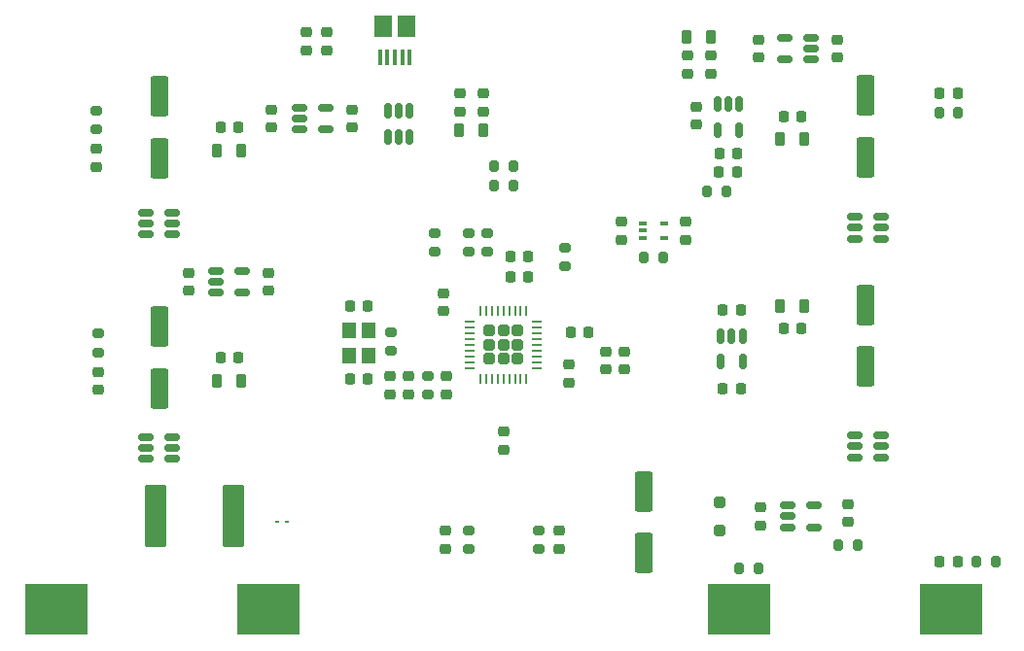
<source format=gbr>
%TF.GenerationSoftware,KiCad,Pcbnew,8.0.1-rc1*%
%TF.CreationDate,2024-04-25T22:15:09-05:00*%
%TF.ProjectId,USB-HUB,5553422d-4855-4422-9e6b-696361645f70,rev?*%
%TF.SameCoordinates,PXa983cd0PYa38e500*%
%TF.FileFunction,Paste,Top*%
%TF.FilePolarity,Positive*%
%FSLAX46Y46*%
G04 Gerber Fmt 4.6, Leading zero omitted, Abs format (unit mm)*
G04 Created by KiCad (PCBNEW 8.0.1-rc1) date 2024-04-25 22:15:09*
%MOMM*%
%LPD*%
G01*
G04 APERTURE LIST*
G04 Aperture macros list*
%AMRoundRect*
0 Rectangle with rounded corners*
0 $1 Rounding radius*
0 $2 $3 $4 $5 $6 $7 $8 $9 X,Y pos of 4 corners*
0 Add a 4 corners polygon primitive as box body*
4,1,4,$2,$3,$4,$5,$6,$7,$8,$9,$2,$3,0*
0 Add four circle primitives for the rounded corners*
1,1,$1+$1,$2,$3*
1,1,$1+$1,$4,$5*
1,1,$1+$1,$6,$7*
1,1,$1+$1,$8,$9*
0 Add four rect primitives between the rounded corners*
20,1,$1+$1,$2,$3,$4,$5,0*
20,1,$1+$1,$4,$5,$6,$7,0*
20,1,$1+$1,$6,$7,$8,$9,0*
20,1,$1+$1,$8,$9,$2,$3,0*%
G04 Aperture macros list end*
%ADD10RoundRect,0.225000X-0.225000X-0.250000X0.225000X-0.250000X0.225000X0.250000X-0.225000X0.250000X0*%
%ADD11RoundRect,0.250000X0.712500X2.475000X-0.712500X2.475000X-0.712500X-2.475000X0.712500X-2.475000X0*%
%ADD12RoundRect,0.200000X-0.200000X-0.275000X0.200000X-0.275000X0.200000X0.275000X-0.200000X0.275000X0*%
%ADD13RoundRect,0.218750X0.218750X0.381250X-0.218750X0.381250X-0.218750X-0.381250X0.218750X-0.381250X0*%
%ADD14RoundRect,0.225000X-0.250000X0.225000X-0.250000X-0.225000X0.250000X-0.225000X0.250000X0.225000X0*%
%ADD15RoundRect,0.200000X0.200000X0.275000X-0.200000X0.275000X-0.200000X-0.275000X0.200000X-0.275000X0*%
%ADD16R,5.500000X4.500000*%
%ADD17RoundRect,0.150000X0.512500X0.150000X-0.512500X0.150000X-0.512500X-0.150000X0.512500X-0.150000X0*%
%ADD18RoundRect,0.250000X-0.550000X1.500000X-0.550000X-1.500000X0.550000X-1.500000X0.550000X1.500000X0*%
%ADD19RoundRect,0.225000X0.250000X-0.225000X0.250000X0.225000X-0.250000X0.225000X-0.250000X-0.225000X0*%
%ADD20RoundRect,0.218750X-0.218750X-0.256250X0.218750X-0.256250X0.218750X0.256250X-0.218750X0.256250X0*%
%ADD21RoundRect,0.225000X0.225000X0.250000X-0.225000X0.250000X-0.225000X-0.250000X0.225000X-0.250000X0*%
%ADD22RoundRect,0.150000X-0.150000X0.512500X-0.150000X-0.512500X0.150000X-0.512500X0.150000X0.512500X0*%
%ADD23RoundRect,0.218750X-0.218750X-0.381250X0.218750X-0.381250X0.218750X0.381250X-0.218750X0.381250X0*%
%ADD24RoundRect,0.200000X0.275000X-0.200000X0.275000X0.200000X-0.275000X0.200000X-0.275000X-0.200000X0*%
%ADD25RoundRect,0.218750X-0.256250X0.218750X-0.256250X-0.218750X0.256250X-0.218750X0.256250X0.218750X0*%
%ADD26RoundRect,0.150000X-0.512500X-0.150000X0.512500X-0.150000X0.512500X0.150000X-0.512500X0.150000X0*%
%ADD27RoundRect,0.218750X0.218750X0.256250X-0.218750X0.256250X-0.218750X-0.256250X0.218750X-0.256250X0*%
%ADD28RoundRect,0.200000X-0.275000X0.200000X-0.275000X-0.200000X0.275000X-0.200000X0.275000X0.200000X0*%
%ADD29RoundRect,0.062500X0.117500X0.062500X-0.117500X0.062500X-0.117500X-0.062500X0.117500X-0.062500X0*%
%ADD30RoundRect,0.250000X0.550000X-1.500000X0.550000X1.500000X-0.550000X1.500000X-0.550000X-1.500000X0*%
%ADD31R,0.650000X0.400000*%
%ADD32RoundRect,0.150000X0.150000X-0.512500X0.150000X0.512500X-0.150000X0.512500X-0.150000X-0.512500X0*%
%ADD33R,0.400000X1.350000*%
%ADD34R,1.500000X1.900000*%
%ADD35RoundRect,0.250000X-0.250000X0.250000X-0.250000X-0.250000X0.250000X-0.250000X0.250000X0.250000X0*%
%ADD36R,1.200000X1.400000*%
%ADD37RoundRect,0.247500X0.247500X-0.247500X0.247500X0.247500X-0.247500X0.247500X-0.247500X-0.247500X0*%
%ADD38RoundRect,0.062500X0.062500X-0.350000X0.062500X0.350000X-0.062500X0.350000X-0.062500X-0.350000X0*%
%ADD39RoundRect,0.062500X0.350000X-0.062500X0.350000X0.062500X-0.350000X0.062500X-0.350000X-0.062500X0*%
G04 APERTURE END LIST*
D10*
%TO.C,C31*%
X75221800Y29387800D03*
X76771800Y29387800D03*
%TD*%
D11*
%TO.C,F1*%
X27314300Y13004800D03*
X20539300Y13004800D03*
%TD*%
D12*
%TO.C,R15*%
X79997800Y10464800D03*
X81647800Y10464800D03*
%TD*%
D13*
%TO.C,FB3*%
X28037300Y24815800D03*
X25912300Y24815800D03*
%TD*%
D14*
%TO.C,C36*%
X66691300Y38654800D03*
X66691300Y37104800D03*
%TD*%
D15*
%TO.C,R13*%
X51675800Y43484800D03*
X50025800Y43484800D03*
%TD*%
D14*
%TO.C,C37*%
X61103300Y38654800D03*
X61103300Y37104800D03*
%TD*%
D16*
%TO.C,SW1*%
X11886800Y4876800D03*
X30386800Y4876800D03*
%TD*%
D14*
%TO.C,C21*%
X37642800Y48450800D03*
X37642800Y46900800D03*
%TD*%
D17*
%TO.C,D8*%
X22016300Y18023800D03*
X22016300Y18973800D03*
X22016300Y19923800D03*
X19741300Y19923800D03*
X19741300Y18973800D03*
X19741300Y18023800D03*
%TD*%
D18*
%TO.C,C32*%
X82346800Y31452800D03*
X82346800Y26052800D03*
%TD*%
D19*
%TO.C,C28*%
X73075800Y52996800D03*
X73075800Y54546800D03*
%TD*%
D20*
%TO.C,D1*%
X69621300Y42976800D03*
X71196300Y42976800D03*
%TD*%
D14*
%TO.C,C40*%
X80822800Y14046800D03*
X80822800Y12496800D03*
%TD*%
D15*
%TO.C,R16*%
X73011800Y8432800D03*
X71361800Y8432800D03*
%TD*%
%TO.C,R11*%
X93687300Y9067800D03*
X92037300Y9067800D03*
%TD*%
D21*
%TO.C,C1*%
X39052800Y24942800D03*
X37502800Y24942800D03*
%TD*%
D19*
%TO.C,C2*%
X67614800Y47154800D03*
X67614800Y48704800D03*
%TD*%
D22*
%TO.C,U1*%
X71358800Y48940300D03*
X70408800Y48940300D03*
X69458800Y48940300D03*
X69458800Y46665300D03*
X71358800Y46665300D03*
%TD*%
D12*
%TO.C,R12*%
X88760800Y48183800D03*
X90410800Y48183800D03*
%TD*%
D17*
%TO.C,LS4*%
X77642300Y52821800D03*
X77642300Y53771800D03*
X77642300Y54721800D03*
X75367300Y54721800D03*
X75367300Y52821800D03*
%TD*%
D19*
%TO.C,C10*%
X45643800Y30898800D03*
X45643800Y32448800D03*
%TD*%
D14*
%TO.C,C14*%
X42595800Y25209800D03*
X42595800Y23659800D03*
%TD*%
%TO.C,C35*%
X33705800Y55181800D03*
X33705800Y53631800D03*
%TD*%
D19*
%TO.C,C9*%
X56565800Y24675800D03*
X56565800Y26225800D03*
%TD*%
D10*
%TO.C,C7*%
X51472800Y35610800D03*
X53022800Y35610800D03*
%TD*%
D23*
%TO.C,FB5*%
X74934300Y45897800D03*
X77059300Y45897800D03*
%TD*%
D24*
%TO.C,R18*%
X47802800Y10147800D03*
X47802800Y11797800D03*
%TD*%
D25*
%TO.C,D4*%
X15417800Y45034300D03*
X15417800Y43459300D03*
%TD*%
D19*
%TO.C,C27*%
X79933800Y52996800D03*
X79933800Y54546800D03*
%TD*%
D12*
%TO.C,R14*%
X50025800Y41833800D03*
X51675800Y41833800D03*
%TD*%
D23*
%TO.C,FB4*%
X74934300Y31292800D03*
X77059300Y31292800D03*
%TD*%
D26*
%TO.C,LS2*%
X25837300Y34401800D03*
X25837300Y33451800D03*
X25837300Y32501800D03*
X28112300Y32501800D03*
X28112300Y34401800D03*
%TD*%
D14*
%TO.C,C6*%
X68884800Y53149800D03*
X68884800Y51599800D03*
%TD*%
D27*
%TO.C,D6*%
X90373300Y9067800D03*
X88798300Y9067800D03*
%TD*%
D21*
%TO.C,C3*%
X71183800Y44627800D03*
X69633800Y44627800D03*
%TD*%
D18*
%TO.C,C34*%
X82346800Y49707800D03*
X82346800Y44307800D03*
%TD*%
D28*
%TO.C,R8*%
X41071800Y29069800D03*
X41071800Y27419800D03*
%TD*%
D25*
%TO.C,D14*%
X45770800Y11760300D03*
X45770800Y10185300D03*
%TD*%
D21*
%TO.C,C26*%
X71498800Y24175300D03*
X69948800Y24175300D03*
%TD*%
D16*
%TO.C,SW2*%
X71322800Y4876800D03*
X89822800Y4876800D03*
%TD*%
D29*
%TO.C,D12*%
X31126800Y12496800D03*
X31966800Y12496800D03*
%TD*%
D21*
%TO.C,C25*%
X71498800Y31033300D03*
X69948800Y31033300D03*
%TD*%
D24*
%TO.C,R17*%
X53898800Y10147800D03*
X53898800Y11797800D03*
%TD*%
D30*
%TO.C,C30*%
X20878800Y24147800D03*
X20878800Y29547800D03*
%TD*%
D14*
%TO.C,C16*%
X61391800Y27368800D03*
X61391800Y25818800D03*
%TD*%
D31*
%TO.C,LS5*%
X62981800Y38546800D03*
X62981800Y37896800D03*
X62981800Y37246800D03*
X64881800Y37246800D03*
X64881800Y38546800D03*
%TD*%
D19*
%TO.C,C39*%
X49072800Y48297800D03*
X49072800Y49847800D03*
%TD*%
D28*
%TO.C,R10*%
X15544800Y28942800D03*
X15544800Y27292800D03*
%TD*%
D14*
%TO.C,C17*%
X59740800Y27368800D03*
X59740800Y25818800D03*
%TD*%
D28*
%TO.C,R5*%
X56184800Y36435800D03*
X56184800Y34785800D03*
%TD*%
%TO.C,R6*%
X44881800Y37705800D03*
X44881800Y36055800D03*
%TD*%
D26*
%TO.C,LS1*%
X33076300Y48625800D03*
X33076300Y47675800D03*
X33076300Y46725800D03*
X35351300Y46725800D03*
X35351300Y48625800D03*
%TD*%
D14*
%TO.C,C4*%
X35483800Y55181800D03*
X35483800Y53631800D03*
%TD*%
D19*
%TO.C,C38*%
X47040800Y48297800D03*
X47040800Y49847800D03*
%TD*%
D14*
%TO.C,C15*%
X40944800Y25209800D03*
X40944800Y23659800D03*
%TD*%
D28*
%TO.C,R7*%
X47802800Y37705800D03*
X47802800Y36055800D03*
%TD*%
D23*
%TO.C,FB6*%
X46994300Y46659800D03*
X49119300Y46659800D03*
%TD*%
D28*
%TO.C,R3*%
X49453800Y37705800D03*
X49453800Y36055800D03*
%TD*%
%TO.C,R4*%
X44246800Y25259800D03*
X44246800Y23609800D03*
%TD*%
D21*
%TO.C,C19*%
X27749800Y46913800D03*
X26199800Y46913800D03*
%TD*%
D14*
%TO.C,C8*%
X50850800Y20383800D03*
X50850800Y18833800D03*
%TD*%
D21*
%TO.C,C29*%
X27749800Y26847800D03*
X26199800Y26847800D03*
%TD*%
D15*
%TO.C,R1*%
X70217800Y41325800D03*
X68567800Y41325800D03*
%TD*%
D30*
%TO.C,C20*%
X20878800Y44213800D03*
X20878800Y49613800D03*
%TD*%
D17*
%TO.C,D3*%
X22016300Y37581800D03*
X22016300Y38531800D03*
X22016300Y39481800D03*
X19741300Y39481800D03*
X19741300Y38531800D03*
X19741300Y37581800D03*
%TD*%
D25*
%TO.C,D13*%
X55732800Y11760300D03*
X55732800Y10185300D03*
%TD*%
D14*
%TO.C,C42*%
X73202800Y13779800D03*
X73202800Y12229800D03*
%TD*%
D28*
%TO.C,R9*%
X15417800Y48373800D03*
X15417800Y46723800D03*
%TD*%
D26*
%TO.C,D9*%
X81463300Y20050800D03*
X81463300Y19100800D03*
X81463300Y18150800D03*
X83738300Y18150800D03*
X83738300Y19100800D03*
X83738300Y20050800D03*
%TD*%
D10*
%TO.C,C33*%
X75221800Y47802800D03*
X76771800Y47802800D03*
%TD*%
D32*
%TO.C,D2*%
X40756800Y46091800D03*
X41706800Y46091800D03*
X42656800Y46091800D03*
X42656800Y48366800D03*
X41706800Y48366800D03*
X40756800Y48366800D03*
%TD*%
D25*
%TO.C,D5*%
X15544800Y25603300D03*
X15544800Y24028300D03*
%TD*%
D14*
%TO.C,C5*%
X66852800Y53149800D03*
X66852800Y51599800D03*
%TD*%
D10*
%TO.C,C12*%
X56679800Y29006800D03*
X58229800Y29006800D03*
%TD*%
D26*
%TO.C,D10*%
X81463300Y39100800D03*
X81463300Y38150800D03*
X81463300Y37200800D03*
X83738300Y37200800D03*
X83738300Y38150800D03*
X83738300Y39100800D03*
%TD*%
D14*
%TO.C,C11*%
X45897800Y25209800D03*
X45897800Y23659800D03*
%TD*%
%TO.C,C24*%
X30403800Y34226800D03*
X30403800Y32676800D03*
%TD*%
%TO.C,C23*%
X23418800Y34226800D03*
X23418800Y32676800D03*
%TD*%
D10*
%TO.C,C13*%
X51472800Y33832800D03*
X53022800Y33832800D03*
%TD*%
D23*
%TO.C,FB1*%
X66806300Y54787800D03*
X68931300Y54787800D03*
%TD*%
D12*
%TO.C,R2*%
X63072300Y35593800D03*
X64722300Y35593800D03*
%TD*%
D10*
%TO.C,C18*%
X37502800Y31292800D03*
X39052800Y31292800D03*
%TD*%
D14*
%TO.C,C22*%
X30657800Y48450800D03*
X30657800Y46900800D03*
%TD*%
D27*
%TO.C,D7*%
X90373300Y49834800D03*
X88798300Y49834800D03*
%TD*%
D33*
%TO.C,J1*%
X42676600Y53045900D03*
X42026600Y53045900D03*
X41376600Y53045900D03*
X40726600Y53045900D03*
X40076600Y53045900D03*
D34*
X42376600Y55745900D03*
X40376600Y55745900D03*
%TD*%
D30*
%TO.C,C41*%
X63042800Y9796800D03*
X63042800Y15196800D03*
%TD*%
D13*
%TO.C,FB2*%
X28037300Y44881800D03*
X25912300Y44881800D03*
%TD*%
D35*
%TO.C,D11*%
X69646800Y14254800D03*
X69646800Y11754800D03*
%TD*%
D36*
%TO.C,X1*%
X37427800Y29217800D03*
X37427800Y27017800D03*
X39127800Y27017800D03*
X39127800Y29217800D03*
%TD*%
D37*
%TO.C,U2*%
X49620800Y26720800D03*
X50850800Y26720800D03*
X52080800Y26720800D03*
X49620800Y27950800D03*
X50850800Y27950800D03*
X52080800Y27950800D03*
X49620800Y29180800D03*
X50850800Y29180800D03*
X52080800Y29180800D03*
D38*
X48850800Y25013300D03*
X49350800Y25013300D03*
X49850800Y25013300D03*
X50350800Y25013300D03*
X50850800Y25013300D03*
X51350800Y25013300D03*
X51850800Y25013300D03*
X52350800Y25013300D03*
X52850800Y25013300D03*
D39*
X53788300Y25950800D03*
X53788300Y26450800D03*
X53788300Y26950800D03*
X53788300Y27450800D03*
X53788300Y27950800D03*
X53788300Y28450800D03*
X53788300Y28950800D03*
X53788300Y29450800D03*
X53788300Y29950800D03*
D38*
X52850800Y30888300D03*
X52350800Y30888300D03*
X51850800Y30888300D03*
X51350800Y30888300D03*
X50850800Y30888300D03*
X50350800Y30888300D03*
X49850800Y30888300D03*
X49350800Y30888300D03*
X48850800Y30888300D03*
D39*
X47913300Y29950800D03*
X47913300Y29450800D03*
X47913300Y28950800D03*
X47913300Y28450800D03*
X47913300Y27950800D03*
X47913300Y27450800D03*
X47913300Y26950800D03*
X47913300Y26450800D03*
X47913300Y25950800D03*
%TD*%
D26*
%TO.C,LS6*%
X75621300Y13954800D03*
X75621300Y13004800D03*
X75621300Y12054800D03*
X77896300Y12054800D03*
X77896300Y13954800D03*
%TD*%
D22*
%TO.C,LS3*%
X71673800Y28741800D03*
X70723800Y28741800D03*
X69773800Y28741800D03*
X69773800Y26466800D03*
X71673800Y26466800D03*
%TD*%
M02*

</source>
